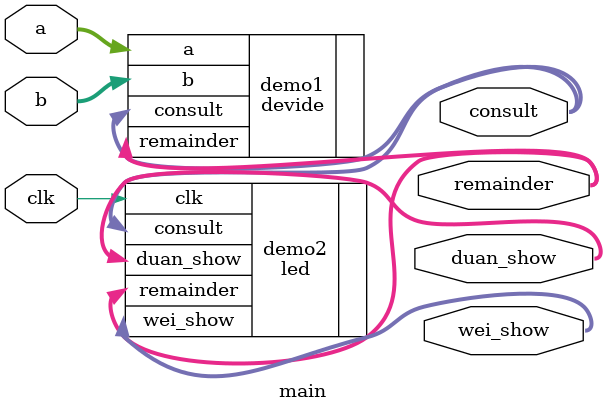
<source format=v>
`timescale 1ns / 1ps


module main #(parameter size=8)(
input clk,
input [size-1:0]a,
input [size-1:0]b,
output [size-1:0]consult,
output [size-1:0]remainder,
output [3:0]wei_show,
output[7:0]duan_show 
    );
    devide demo1(.a(a),.b(b),.consult(consult),.remainder(remainder));
    led demo2(.clk(clk),.consult(consult),.remainder(remainder),.wei_show(wei_show),.duan_show(duan_show));
endmodule

</source>
